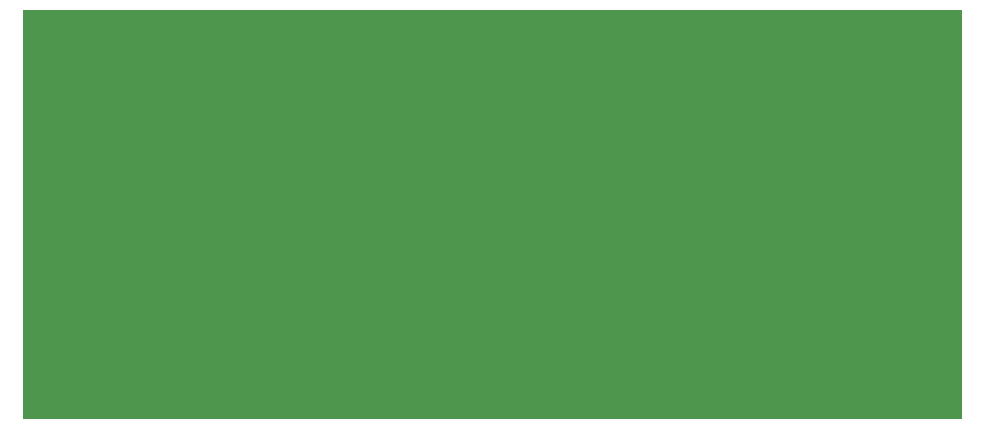
<source format=gbs>
G04 Layer: BottomSolderMaskLayer*
G04 EasyEDA Pro v2.1.42.467b0aa0.3861f9, 2023-12-20 23:41:23*
G04 Gerber Generator version 0.3*
G04 Scale: 100 percent, Rotated: No, Reflected: No*
G04 Dimensions in millimeters*
G04 Leading zeros omitted, absolute positions, 3 integers and 5 decimals*
%FSLAX35Y35*%
%MOMM*%
%ADD10C,0.254*%
G75*


G04 PolygonModel Start*
G36*
G01X-3997453Y-440709D02*
G01X3946653Y-440709D01*
G01Y3021784D01*
G01X-3997453D01*
G01Y-440709D01*
G37*
G04 PolygonModel End*
G54D10*

M02*

</source>
